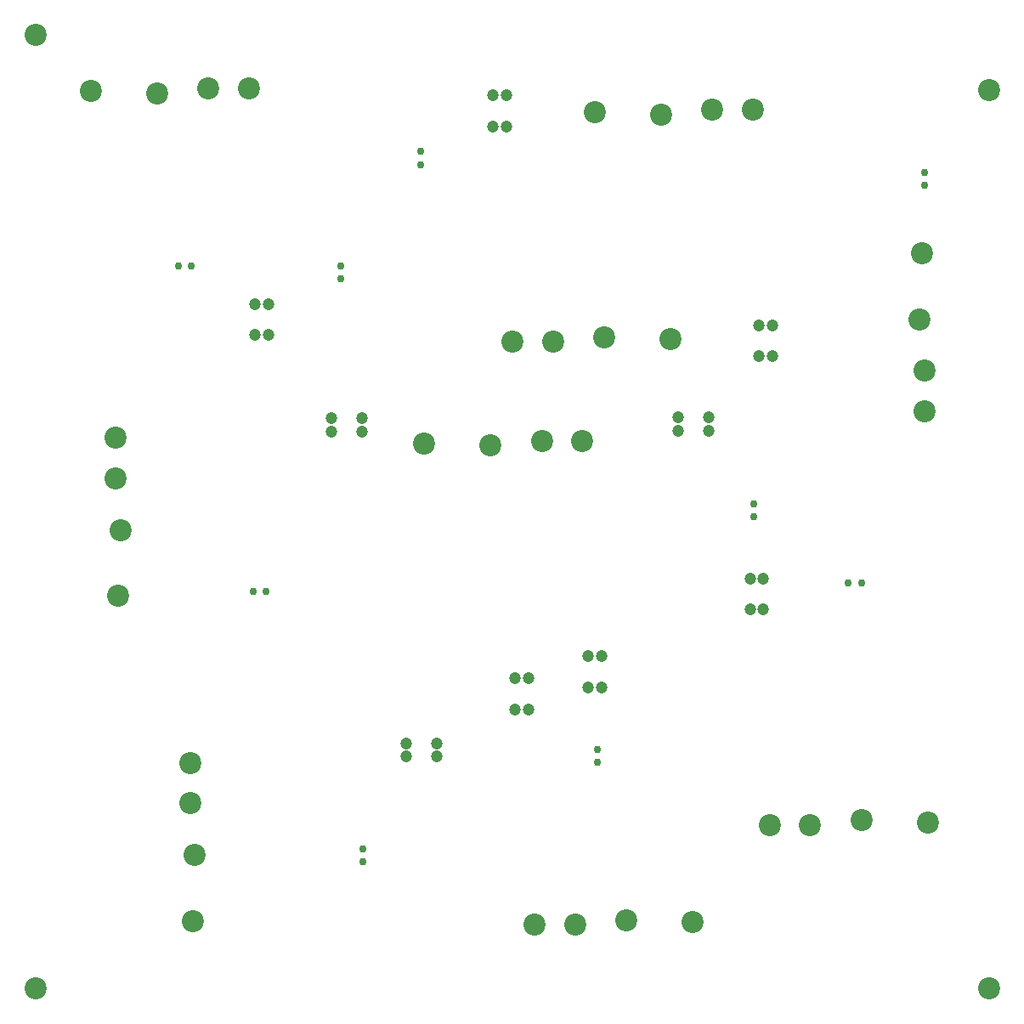
<source format=gbs>
%FSLAX46Y46*%
%MOMM*%
%AMPS12*
1,1,1.200000,0.000000,0.000000*
%
%ADD12PS12*%
%AMPS18*
1,1,1.200000,0.000000,0.000000*
%
%ADD18PS18*%
%AMPS15*
1,1,1.200000,0.000000,0.000000*
%
%ADD15PS15*%
%AMPS21*
1,1,1.200000,0.000000,0.000000*
%
%ADD21PS21*%
%AMPS11*
1,1,2.200000,0.000000,0.000000*
%
%ADD11PS11*%
%AMPS17*
1,1,2.200000,0.000000,0.000000*
%
%ADD17PS17*%
%AMPS14*
1,1,2.200000,0.000000,0.000000*
%
%ADD14PS14*%
%AMPS20*
1,1,2.200000,0.000000,0.000000*
%
%ADD20PS20*%
%AMPS13*
1,1,0.750000,0.000000,0.000000*
%
%ADD13PS13*%
%AMPS19*
1,1,0.750000,0.000000,0.000000*
%
%ADD19PS19*%
%AMPS16*
1,1,0.750000,0.000000,0.000000*
%
%ADD16PS16*%
%AMPS22*
1,1,0.750000,0.000000,0.000000*
%
%ADD22PS22*%
%AMPS10*
1,1,2.200000,0.000000,0.000000*
%
%ADD10PS10*%
G01*
%LPD*%
G01*
%LPD*%
G75*
D10*
X2500000Y97500000D03*
D10*
X2500000Y2500000D03*
D10*
X97500000Y2500000D03*
D10*
X97500000Y92000000D03*
D11*
X73950000Y90050000D03*
D12*
X75900000Y65500000D03*
D12*
X74600000Y65500000D03*
D11*
X69950000Y90050000D03*
D12*
X74600000Y68600000D03*
D11*
X64800000Y89600000D03*
D11*
X58200000Y89800000D03*
D12*
X75900000Y68600000D03*
D13*
X91100000Y83800000D03*
D13*
X91100000Y82500000D03*
D11*
X23750000Y92150000D03*
D12*
X25700000Y67600000D03*
D12*
X24400000Y67600000D03*
D11*
X19750000Y92150000D03*
D12*
X24400000Y70700000D03*
D11*
X14600000Y91700000D03*
D11*
X8000000Y91900000D03*
D12*
X25700000Y70700000D03*
D13*
X40900000Y85900000D03*
D13*
X40900000Y84600000D03*
D14*
X75647367Y18797127D03*
D15*
X73697367Y43347127D03*
D15*
X74997367Y43347127D03*
D14*
X79647367Y18797127D03*
D15*
X74997367Y40247127D03*
D14*
X84797367Y19247127D03*
D14*
X91397367Y19047127D03*
D15*
X73697367Y40247127D03*
D16*
X58497367Y25047127D03*
D16*
X58497367Y26347127D03*
D17*
X10500000Y57350000D03*
D18*
X35050000Y59300000D03*
D18*
X35050000Y58000000D03*
D17*
X10500000Y53350000D03*
D18*
X31950000Y58000000D03*
D17*
X10950000Y48200000D03*
D17*
X10750000Y41600000D03*
D18*
X31950000Y59300000D03*
D19*
X16750000Y74500000D03*
D19*
X18050000Y74500000D03*
D17*
X17950000Y24950000D03*
D18*
X42500000Y26900000D03*
D18*
X42500000Y25600000D03*
D17*
X17950000Y20950000D03*
D18*
X39400000Y25600000D03*
D17*
X18400000Y15800000D03*
D17*
X18200000Y9200000D03*
D18*
X39400000Y26900000D03*
D19*
X24200000Y42100000D03*
D19*
X25500000Y42100000D03*
D11*
X56950000Y57050000D03*
D12*
X58900000Y32500000D03*
D12*
X57600000Y32500000D03*
D11*
X52950000Y57050000D03*
D12*
X57600000Y35600000D03*
D11*
X47800000Y56600000D03*
D11*
X41200000Y56800000D03*
D12*
X58900000Y35600000D03*
D13*
X74100000Y50800000D03*
D13*
X74100000Y49500000D03*
D20*
X91050000Y60050000D03*
D21*
X66500000Y58100000D03*
D21*
X66500000Y59400000D03*
D20*
X91050000Y64050000D03*
D21*
X69600000Y59400000D03*
D20*
X90600000Y69200000D03*
D20*
X90800000Y75800000D03*
D21*
X69600000Y58100000D03*
D22*
X84800000Y42900000D03*
D22*
X83500000Y42900000D03*
D14*
X52250000Y8850000D03*
D15*
X50300000Y33400000D03*
D15*
X51600000Y33400000D03*
D14*
X56250000Y8850000D03*
D15*
X51600000Y30300000D03*
D14*
X61400000Y9300000D03*
D14*
X68000000Y9100000D03*
D15*
X50300000Y30300000D03*
D16*
X35100000Y15100000D03*
D16*
X35100000Y16400000D03*
D14*
X50050000Y66950000D03*
D15*
X48100000Y91500000D03*
D15*
X49400000Y91500000D03*
D14*
X54050000Y66950000D03*
D15*
X49400000Y88400000D03*
D14*
X59200000Y67400000D03*
D14*
X65800000Y67200000D03*
D15*
X48100000Y88400000D03*
D16*
X32900000Y73200000D03*
D16*
X32900000Y74500000D03*
M02*

</source>
